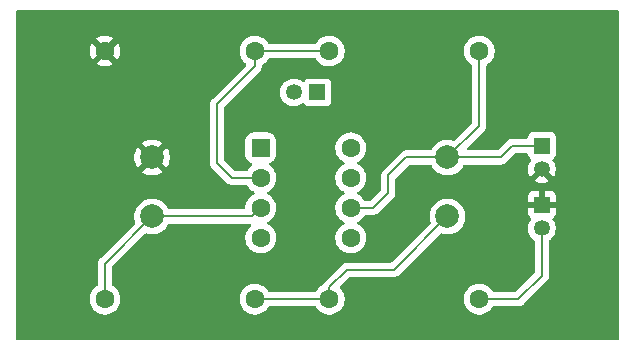
<source format=gbr>
G04 #@! TF.GenerationSoftware,KiCad,Pcbnew,9.0.4*
G04 #@! TF.CreationDate,2025-10-11T18:25:29-04:00*
G04 #@! TF.ProjectId,test1,74657374-312e-46b6-9963-61645f706362,rev?*
G04 #@! TF.SameCoordinates,Original*
G04 #@! TF.FileFunction,Copper,L1,Top*
G04 #@! TF.FilePolarity,Positive*
%FSLAX46Y46*%
G04 Gerber Fmt 4.6, Leading zero omitted, Abs format (unit mm)*
G04 Created by KiCad (PCBNEW 9.0.4) date 2025-10-11 18:25:29*
%MOMM*%
%LPD*%
G01*
G04 APERTURE LIST*
G04 Aperture macros list*
%AMRoundRect*
0 Rectangle with rounded corners*
0 $1 Rounding radius*
0 $2 $3 $4 $5 $6 $7 $8 $9 X,Y pos of 4 corners*
0 Add a 4 corners polygon primitive as box body*
4,1,4,$2,$3,$4,$5,$6,$7,$8,$9,$2,$3,0*
0 Add four circle primitives for the rounded corners*
1,1,$1+$1,$2,$3*
1,1,$1+$1,$4,$5*
1,1,$1+$1,$6,$7*
1,1,$1+$1,$8,$9*
0 Add four rect primitives between the rounded corners*
20,1,$1+$1,$2,$3,$4,$5,0*
20,1,$1+$1,$4,$5,$6,$7,0*
20,1,$1+$1,$6,$7,$8,$9,0*
20,1,$1+$1,$8,$9,$2,$3,0*%
G04 Aperture macros list end*
G04 #@! TA.AperFunction,ComponentPad*
%ADD10C,2.600000*%
G04 #@! TD*
G04 #@! TA.AperFunction,ConnectorPad*
%ADD11C,3.800000*%
G04 #@! TD*
G04 #@! TA.AperFunction,ComponentPad*
%ADD12R,1.350000X1.350000*%
G04 #@! TD*
G04 #@! TA.AperFunction,ComponentPad*
%ADD13C,1.350000*%
G04 #@! TD*
G04 #@! TA.AperFunction,ComponentPad*
%ADD14C,1.600000*%
G04 #@! TD*
G04 #@! TA.AperFunction,ComponentPad*
%ADD15C,2.000000*%
G04 #@! TD*
G04 #@! TA.AperFunction,ComponentPad*
%ADD16RoundRect,0.250000X-0.550000X-0.550000X0.550000X-0.550000X0.550000X0.550000X-0.550000X0.550000X0*%
G04 #@! TD*
G04 #@! TA.AperFunction,Conductor*
%ADD17C,0.200000*%
G04 #@! TD*
G04 APERTURE END LIST*
D10*
X128500000Y-89000000D03*
D11*
X128500000Y-89000000D03*
D12*
X170500000Y-103000000D03*
D13*
X170500000Y-105000000D03*
D12*
X170500000Y-98000000D03*
D13*
X170500000Y-100000000D03*
D12*
X151500000Y-93500000D03*
D13*
X149500000Y-93500000D03*
D14*
X165200000Y-90000000D03*
X152500000Y-90000000D03*
D10*
X174500000Y-89000000D03*
D11*
X174500000Y-89000000D03*
D15*
X162500000Y-104000000D03*
X162500000Y-99000000D03*
D16*
X146695000Y-98190000D03*
D14*
X146695000Y-100730000D03*
X146695000Y-103270000D03*
X146695000Y-105810000D03*
X154315000Y-105810000D03*
X154315000Y-103270000D03*
X154315000Y-100730000D03*
X154315000Y-98190000D03*
D15*
X137500000Y-104000000D03*
X137500000Y-99000000D03*
D14*
X152500000Y-111000000D03*
X165200000Y-111000000D03*
X146200000Y-90000000D03*
X133500000Y-90000000D03*
D10*
X174500000Y-112000000D03*
D11*
X174500000Y-112000000D03*
D10*
X128500000Y-112000000D03*
D11*
X128500000Y-112000000D03*
D14*
X133500000Y-111000000D03*
X146200000Y-111000000D03*
D17*
X154000000Y-108500000D02*
X152500000Y-110000000D01*
X162500000Y-104000000D02*
X158000000Y-108500000D01*
X146200000Y-111000000D02*
X152500000Y-111000000D01*
X152500000Y-110000000D02*
X152500000Y-111000000D01*
X158000000Y-108500000D02*
X154000000Y-108500000D01*
X165200000Y-96300000D02*
X162500000Y-99000000D01*
X159000000Y-99000000D02*
X162500000Y-99000000D01*
X168000000Y-98000000D02*
X170500000Y-98000000D01*
X167000000Y-99000000D02*
X168000000Y-98000000D01*
X165200000Y-90000000D02*
X165200000Y-96300000D01*
X162500000Y-99000000D02*
X167000000Y-99000000D01*
X157500000Y-100500000D02*
X159000000Y-99000000D01*
X154315000Y-103270000D02*
X156230000Y-103270000D01*
X156230000Y-103270000D02*
X157500000Y-102000000D01*
X157500000Y-102000000D02*
X157500000Y-100500000D01*
X170500000Y-109000000D02*
X168500000Y-111000000D01*
X170500000Y-105000000D02*
X170500000Y-109000000D01*
X168500000Y-111000000D02*
X165200000Y-111000000D01*
X133500000Y-111000000D02*
X133500000Y-108000000D01*
X145965000Y-104000000D02*
X146695000Y-103270000D01*
X137500000Y-104000000D02*
X145965000Y-104000000D01*
X133500000Y-108000000D02*
X137500000Y-104000000D01*
X144230000Y-100730000D02*
X143000000Y-99500000D01*
X146200000Y-90000000D02*
X152500000Y-90000000D01*
X143000000Y-99500000D02*
X143000000Y-94500000D01*
X146200000Y-91300000D02*
X146200000Y-90000000D01*
X143000000Y-94500000D02*
X146200000Y-91300000D01*
X146695000Y-100730000D02*
X144230000Y-100730000D01*
G04 #@! TA.AperFunction,Conductor*
G36*
X176942539Y-86520185D02*
G01*
X176988294Y-86572989D01*
X176999500Y-86624500D01*
X176999500Y-114375500D01*
X176979815Y-114442539D01*
X176927011Y-114488294D01*
X176875500Y-114499500D01*
X126124500Y-114499500D01*
X126057461Y-114479815D01*
X126011706Y-114427011D01*
X126000500Y-114375500D01*
X126000500Y-110897648D01*
X132199500Y-110897648D01*
X132199500Y-111102351D01*
X132231522Y-111304534D01*
X132294781Y-111499223D01*
X132387715Y-111681613D01*
X132508028Y-111847213D01*
X132652786Y-111991971D01*
X132807749Y-112104556D01*
X132818390Y-112112287D01*
X132934607Y-112171503D01*
X133000776Y-112205218D01*
X133000778Y-112205218D01*
X133000781Y-112205220D01*
X133105137Y-112239127D01*
X133195465Y-112268477D01*
X133296557Y-112284488D01*
X133397648Y-112300500D01*
X133397649Y-112300500D01*
X133602351Y-112300500D01*
X133602352Y-112300500D01*
X133804534Y-112268477D01*
X133999219Y-112205220D01*
X134181610Y-112112287D01*
X134274590Y-112044732D01*
X134347213Y-111991971D01*
X134347215Y-111991968D01*
X134347219Y-111991966D01*
X134491966Y-111847219D01*
X134491968Y-111847215D01*
X134491971Y-111847213D01*
X134544732Y-111774590D01*
X134612287Y-111681610D01*
X134705220Y-111499219D01*
X134768477Y-111304534D01*
X134800500Y-111102352D01*
X134800500Y-110897648D01*
X144899500Y-110897648D01*
X144899500Y-111102351D01*
X144931522Y-111304534D01*
X144994781Y-111499223D01*
X145087715Y-111681613D01*
X145208028Y-111847213D01*
X145352786Y-111991971D01*
X145507749Y-112104556D01*
X145518390Y-112112287D01*
X145634607Y-112171503D01*
X145700776Y-112205218D01*
X145700778Y-112205218D01*
X145700781Y-112205220D01*
X145805137Y-112239127D01*
X145895465Y-112268477D01*
X145996557Y-112284488D01*
X146097648Y-112300500D01*
X146097649Y-112300500D01*
X146302351Y-112300500D01*
X146302352Y-112300500D01*
X146504534Y-112268477D01*
X146699219Y-112205220D01*
X146881610Y-112112287D01*
X146974590Y-112044732D01*
X147047213Y-111991971D01*
X147047215Y-111991968D01*
X147047219Y-111991966D01*
X147191966Y-111847219D01*
X147191968Y-111847215D01*
X147191971Y-111847213D01*
X147312284Y-111681614D01*
X147312285Y-111681613D01*
X147312287Y-111681610D01*
X147319117Y-111668204D01*
X147367091Y-111617409D01*
X147429602Y-111600500D01*
X151270398Y-111600500D01*
X151337437Y-111620185D01*
X151380883Y-111668205D01*
X151387715Y-111681614D01*
X151508028Y-111847213D01*
X151652786Y-111991971D01*
X151807749Y-112104556D01*
X151818390Y-112112287D01*
X151934607Y-112171503D01*
X152000776Y-112205218D01*
X152000778Y-112205218D01*
X152000781Y-112205220D01*
X152105137Y-112239127D01*
X152195465Y-112268477D01*
X152296557Y-112284488D01*
X152397648Y-112300500D01*
X152397649Y-112300500D01*
X152602351Y-112300500D01*
X152602352Y-112300500D01*
X152804534Y-112268477D01*
X152999219Y-112205220D01*
X153181610Y-112112287D01*
X153274590Y-112044732D01*
X153347213Y-111991971D01*
X153347215Y-111991968D01*
X153347219Y-111991966D01*
X153491966Y-111847219D01*
X153491968Y-111847215D01*
X153491971Y-111847213D01*
X153544732Y-111774590D01*
X153612287Y-111681610D01*
X153705220Y-111499219D01*
X153768477Y-111304534D01*
X153800500Y-111102352D01*
X153800500Y-110897648D01*
X163899500Y-110897648D01*
X163899500Y-111102351D01*
X163931522Y-111304534D01*
X163994781Y-111499223D01*
X164087715Y-111681613D01*
X164208028Y-111847213D01*
X164352786Y-111991971D01*
X164507749Y-112104556D01*
X164518390Y-112112287D01*
X164634607Y-112171503D01*
X164700776Y-112205218D01*
X164700778Y-112205218D01*
X164700781Y-112205220D01*
X164805137Y-112239127D01*
X164895465Y-112268477D01*
X164996557Y-112284488D01*
X165097648Y-112300500D01*
X165097649Y-112300500D01*
X165302351Y-112300500D01*
X165302352Y-112300500D01*
X165504534Y-112268477D01*
X165699219Y-112205220D01*
X165881610Y-112112287D01*
X165974590Y-112044732D01*
X166047213Y-111991971D01*
X166047215Y-111991968D01*
X166047219Y-111991966D01*
X166191966Y-111847219D01*
X166191968Y-111847215D01*
X166191971Y-111847213D01*
X166312284Y-111681614D01*
X166312285Y-111681613D01*
X166312287Y-111681610D01*
X166319117Y-111668204D01*
X166367091Y-111617409D01*
X166429602Y-111600500D01*
X168413331Y-111600500D01*
X168413347Y-111600501D01*
X168420943Y-111600501D01*
X168579054Y-111600501D01*
X168579057Y-111600501D01*
X168731785Y-111559577D01*
X168781904Y-111530639D01*
X168868716Y-111480520D01*
X168980520Y-111368716D01*
X168980520Y-111368714D01*
X168990728Y-111358507D01*
X168990730Y-111358504D01*
X170868713Y-109480521D01*
X170868716Y-109480520D01*
X170980520Y-109368716D01*
X171030639Y-109281904D01*
X171059577Y-109231785D01*
X171100500Y-109079057D01*
X171100500Y-108920943D01*
X171100500Y-106079889D01*
X171120185Y-106012850D01*
X171151612Y-105979573D01*
X171265787Y-105896621D01*
X171396621Y-105765787D01*
X171505378Y-105616096D01*
X171589379Y-105451235D01*
X171646555Y-105275264D01*
X171675500Y-105092514D01*
X171675500Y-104907486D01*
X171646555Y-104724736D01*
X171589379Y-104548765D01*
X171589379Y-104548764D01*
X171505377Y-104383903D01*
X171481739Y-104351368D01*
X171421159Y-104267987D01*
X171397680Y-104202183D01*
X171413505Y-104134129D01*
X171447167Y-104095836D01*
X171532190Y-104032186D01*
X171618350Y-103917093D01*
X171618354Y-103917086D01*
X171668596Y-103782379D01*
X171668598Y-103782372D01*
X171674999Y-103722844D01*
X171675000Y-103722827D01*
X171675000Y-103250000D01*
X170815686Y-103250000D01*
X170820080Y-103245606D01*
X170872741Y-103154394D01*
X170900000Y-103052661D01*
X170900000Y-102947339D01*
X170872741Y-102845606D01*
X170820080Y-102754394D01*
X170815686Y-102750000D01*
X171675000Y-102750000D01*
X171675000Y-102277172D01*
X171674999Y-102277155D01*
X171668598Y-102217627D01*
X171668596Y-102217620D01*
X171618354Y-102082913D01*
X171618350Y-102082906D01*
X171532190Y-101967812D01*
X171532187Y-101967809D01*
X171417093Y-101881649D01*
X171417086Y-101881645D01*
X171282379Y-101831403D01*
X171282372Y-101831401D01*
X171222844Y-101825000D01*
X170750000Y-101825000D01*
X170750000Y-102684314D01*
X170745606Y-102679920D01*
X170654394Y-102627259D01*
X170552661Y-102600000D01*
X170447339Y-102600000D01*
X170345606Y-102627259D01*
X170254394Y-102679920D01*
X170250000Y-102684314D01*
X170250000Y-101825000D01*
X169777155Y-101825000D01*
X169717627Y-101831401D01*
X169717620Y-101831403D01*
X169582913Y-101881645D01*
X169582906Y-101881649D01*
X169467812Y-101967809D01*
X169467809Y-101967812D01*
X169381649Y-102082906D01*
X169381645Y-102082913D01*
X169331403Y-102217620D01*
X169331401Y-102217627D01*
X169325000Y-102277155D01*
X169325000Y-102750000D01*
X170184314Y-102750000D01*
X170179920Y-102754394D01*
X170127259Y-102845606D01*
X170100000Y-102947339D01*
X170100000Y-103052661D01*
X170127259Y-103154394D01*
X170179920Y-103245606D01*
X170184314Y-103250000D01*
X169325000Y-103250000D01*
X169325000Y-103722844D01*
X169331401Y-103782372D01*
X169331403Y-103782379D01*
X169381645Y-103917086D01*
X169381649Y-103917093D01*
X169467809Y-104032186D01*
X169552832Y-104095835D01*
X169594703Y-104151769D01*
X169599687Y-104221461D01*
X169578839Y-104267987D01*
X169494624Y-104383900D01*
X169410620Y-104548764D01*
X169410619Y-104548767D01*
X169353445Y-104724734D01*
X169324500Y-104907486D01*
X169324500Y-105092513D01*
X169353445Y-105275265D01*
X169410619Y-105451232D01*
X169410620Y-105451235D01*
X169494622Y-105616096D01*
X169603379Y-105765787D01*
X169734213Y-105896621D01*
X169848386Y-105979573D01*
X169891051Y-106034900D01*
X169899500Y-106079889D01*
X169899500Y-108699903D01*
X169879815Y-108766942D01*
X169863181Y-108787584D01*
X168287584Y-110363181D01*
X168226261Y-110396666D01*
X168199903Y-110399500D01*
X166429602Y-110399500D01*
X166362563Y-110379815D01*
X166319117Y-110331795D01*
X166312284Y-110318385D01*
X166191971Y-110152786D01*
X166047213Y-110008028D01*
X165881613Y-109887715D01*
X165881612Y-109887714D01*
X165881610Y-109887713D01*
X165819876Y-109856258D01*
X165699223Y-109794781D01*
X165504534Y-109731522D01*
X165329995Y-109703878D01*
X165302352Y-109699500D01*
X165097648Y-109699500D01*
X165073329Y-109703351D01*
X164895465Y-109731522D01*
X164700776Y-109794781D01*
X164518386Y-109887715D01*
X164352786Y-110008028D01*
X164208028Y-110152786D01*
X164087715Y-110318386D01*
X163994781Y-110500776D01*
X163931522Y-110695465D01*
X163899500Y-110897648D01*
X153800500Y-110897648D01*
X153768477Y-110695466D01*
X153705220Y-110500781D01*
X153705218Y-110500778D01*
X153705218Y-110500776D01*
X153671503Y-110434607D01*
X153612287Y-110318390D01*
X153604556Y-110307749D01*
X153491971Y-110152786D01*
X153431890Y-110092705D01*
X153398405Y-110031382D01*
X153403389Y-109961690D01*
X153431888Y-109917346D01*
X154212416Y-109136819D01*
X154273739Y-109103334D01*
X154300097Y-109100500D01*
X157913331Y-109100500D01*
X157913347Y-109100501D01*
X157920943Y-109100501D01*
X158079054Y-109100501D01*
X158079057Y-109100501D01*
X158231785Y-109059577D01*
X158281904Y-109030639D01*
X158368716Y-108980520D01*
X158480520Y-108868716D01*
X158480520Y-108868714D01*
X158490728Y-108858507D01*
X158490730Y-108858504D01*
X161896437Y-105452796D01*
X161957758Y-105419313D01*
X162022433Y-105422547D01*
X162148632Y-105463553D01*
X162236110Y-105477408D01*
X162381903Y-105500500D01*
X162381908Y-105500500D01*
X162618097Y-105500500D01*
X162851368Y-105463553D01*
X162884468Y-105452798D01*
X163075992Y-105390568D01*
X163286433Y-105283343D01*
X163477510Y-105144517D01*
X163644517Y-104977510D01*
X163783343Y-104786433D01*
X163890568Y-104575992D01*
X163963553Y-104351368D01*
X163977713Y-104261966D01*
X164000500Y-104118097D01*
X164000500Y-103881902D01*
X163963553Y-103648631D01*
X163890566Y-103424003D01*
X163814899Y-103275500D01*
X163783343Y-103213567D01*
X163644517Y-103022490D01*
X163477510Y-102855483D01*
X163286433Y-102716657D01*
X163214333Y-102679920D01*
X163075996Y-102609433D01*
X162851368Y-102536446D01*
X162618097Y-102499500D01*
X162618092Y-102499500D01*
X162381908Y-102499500D01*
X162381903Y-102499500D01*
X162148631Y-102536446D01*
X161924003Y-102609433D01*
X161713566Y-102716657D01*
X161639079Y-102770776D01*
X161522490Y-102855483D01*
X161522488Y-102855485D01*
X161522487Y-102855485D01*
X161355485Y-103022487D01*
X161355485Y-103022488D01*
X161355483Y-103022490D01*
X161295862Y-103104550D01*
X161216657Y-103213566D01*
X161109433Y-103424003D01*
X161036446Y-103648631D01*
X160999500Y-103881902D01*
X160999500Y-104118097D01*
X161036447Y-104351369D01*
X161036447Y-104351372D01*
X161077450Y-104477564D01*
X161079445Y-104547405D01*
X161047200Y-104603563D01*
X157787584Y-107863181D01*
X157726261Y-107896666D01*
X157699903Y-107899500D01*
X153920940Y-107899500D01*
X153880019Y-107910464D01*
X153880019Y-107910465D01*
X153842751Y-107920451D01*
X153768214Y-107940423D01*
X153768209Y-107940426D01*
X153631290Y-108019475D01*
X153631282Y-108019481D01*
X152019479Y-109631284D01*
X151982012Y-109696181D01*
X151980096Y-109699500D01*
X151940423Y-109768215D01*
X151933707Y-109793274D01*
X151928169Y-109804408D01*
X151912533Y-109821284D01*
X151900558Y-109840931D01*
X151883263Y-109852878D01*
X151880684Y-109855662D01*
X151878369Y-109856258D01*
X151873447Y-109859659D01*
X151818386Y-109887714D01*
X151652786Y-110008028D01*
X151508028Y-110152786D01*
X151387715Y-110318385D01*
X151380883Y-110331795D01*
X151332909Y-110382591D01*
X151270398Y-110399500D01*
X147429602Y-110399500D01*
X147362563Y-110379815D01*
X147319117Y-110331795D01*
X147312284Y-110318385D01*
X147191971Y-110152786D01*
X147047213Y-110008028D01*
X146881613Y-109887715D01*
X146881612Y-109887714D01*
X146881610Y-109887713D01*
X146819876Y-109856258D01*
X146699223Y-109794781D01*
X146504534Y-109731522D01*
X146329995Y-109703878D01*
X146302352Y-109699500D01*
X146097648Y-109699500D01*
X146073329Y-109703351D01*
X145895465Y-109731522D01*
X145700776Y-109794781D01*
X145518386Y-109887715D01*
X145352786Y-110008028D01*
X145208028Y-110152786D01*
X145087715Y-110318386D01*
X144994781Y-110500776D01*
X144931522Y-110695465D01*
X144899500Y-110897648D01*
X134800500Y-110897648D01*
X134768477Y-110695466D01*
X134705220Y-110500781D01*
X134705218Y-110500778D01*
X134705218Y-110500776D01*
X134671503Y-110434607D01*
X134612287Y-110318390D01*
X134604556Y-110307749D01*
X134491971Y-110152786D01*
X134347213Y-110008028D01*
X134181610Y-109887712D01*
X134168200Y-109880879D01*
X134117406Y-109832903D01*
X134100500Y-109770397D01*
X134100500Y-108300096D01*
X134120185Y-108233057D01*
X134136814Y-108212420D01*
X136896437Y-105452796D01*
X136957758Y-105419313D01*
X137022433Y-105422547D01*
X137148632Y-105463553D01*
X137236110Y-105477408D01*
X137381903Y-105500500D01*
X137381908Y-105500500D01*
X137618097Y-105500500D01*
X137851368Y-105463553D01*
X137884468Y-105452798D01*
X138075992Y-105390568D01*
X138286433Y-105283343D01*
X138477510Y-105144517D01*
X138644517Y-104977510D01*
X138783343Y-104786433D01*
X138843583Y-104668204D01*
X138891558Y-104617409D01*
X138954068Y-104600500D01*
X145766364Y-104600500D01*
X145833403Y-104620185D01*
X145879158Y-104672989D01*
X145889102Y-104742147D01*
X145860077Y-104805703D01*
X145851177Y-104814540D01*
X145851226Y-104814589D01*
X145703032Y-104962782D01*
X145703028Y-104962786D01*
X145582715Y-105128386D01*
X145489781Y-105310776D01*
X145426522Y-105505465D01*
X145394500Y-105707648D01*
X145394500Y-105912351D01*
X145426522Y-106114534D01*
X145489781Y-106309223D01*
X145582715Y-106491613D01*
X145703028Y-106657213D01*
X145847786Y-106801971D01*
X146002749Y-106914556D01*
X146013390Y-106922287D01*
X146129607Y-106981503D01*
X146195776Y-107015218D01*
X146195778Y-107015218D01*
X146195781Y-107015220D01*
X146300137Y-107049127D01*
X146390465Y-107078477D01*
X146491557Y-107094488D01*
X146592648Y-107110500D01*
X146592649Y-107110500D01*
X146797351Y-107110500D01*
X146797352Y-107110500D01*
X146999534Y-107078477D01*
X147194219Y-107015220D01*
X147376610Y-106922287D01*
X147469590Y-106854732D01*
X147542213Y-106801971D01*
X147542215Y-106801968D01*
X147542219Y-106801966D01*
X147686966Y-106657219D01*
X147686968Y-106657215D01*
X147686971Y-106657213D01*
X147739732Y-106584590D01*
X147807287Y-106491610D01*
X147900220Y-106309219D01*
X147963477Y-106114534D01*
X147995500Y-105912352D01*
X147995500Y-105707648D01*
X147963477Y-105505466D01*
X147961863Y-105500500D01*
X147900218Y-105310776D01*
X147866503Y-105244607D01*
X147807287Y-105128390D01*
X147781221Y-105092513D01*
X147686971Y-104962786D01*
X147542213Y-104818028D01*
X147376614Y-104697715D01*
X147318697Y-104668205D01*
X147283917Y-104650483D01*
X147233123Y-104602511D01*
X147216328Y-104534690D01*
X147238865Y-104468555D01*
X147283917Y-104429516D01*
X147376610Y-104382287D01*
X147419167Y-104351368D01*
X147542213Y-104261971D01*
X147542215Y-104261968D01*
X147542219Y-104261966D01*
X147686966Y-104117219D01*
X147686968Y-104117215D01*
X147686971Y-104117213D01*
X147739732Y-104044590D01*
X147807287Y-103951610D01*
X147900220Y-103769219D01*
X147963477Y-103574534D01*
X147995500Y-103372352D01*
X147995500Y-103167648D01*
X147963477Y-102965466D01*
X147900220Y-102770781D01*
X147900218Y-102770778D01*
X147900218Y-102770776D01*
X147853924Y-102679920D01*
X147807287Y-102588390D01*
X147769548Y-102536446D01*
X147686971Y-102422786D01*
X147542213Y-102278028D01*
X147376614Y-102157715D01*
X147370006Y-102154348D01*
X147283917Y-102110483D01*
X147233123Y-102062511D01*
X147216328Y-101994690D01*
X147238865Y-101928555D01*
X147283917Y-101889516D01*
X147376610Y-101842287D01*
X147451903Y-101787584D01*
X147542213Y-101721971D01*
X147542215Y-101721968D01*
X147542219Y-101721966D01*
X147686966Y-101577219D01*
X147686968Y-101577215D01*
X147686971Y-101577213D01*
X147739732Y-101504590D01*
X147807287Y-101411610D01*
X147900220Y-101229219D01*
X147963477Y-101034534D01*
X147995500Y-100832352D01*
X147995500Y-100627648D01*
X147987804Y-100579057D01*
X147963477Y-100425465D01*
X147900218Y-100230776D01*
X147849524Y-100131285D01*
X147807287Y-100048390D01*
X147786283Y-100019480D01*
X147686971Y-99882786D01*
X147542219Y-99738034D01*
X147533618Y-99731785D01*
X147448547Y-99669978D01*
X147405882Y-99614649D01*
X147399903Y-99545036D01*
X147432508Y-99483240D01*
X147482426Y-99451955D01*
X147564334Y-99424814D01*
X147713656Y-99332712D01*
X147837712Y-99208656D01*
X147929814Y-99059334D01*
X147984999Y-98892797D01*
X147995500Y-98790009D01*
X147995499Y-98087648D01*
X153014500Y-98087648D01*
X153014500Y-98292351D01*
X153046522Y-98494534D01*
X153109781Y-98689223D01*
X153202715Y-98871613D01*
X153323028Y-99037213D01*
X153467786Y-99181971D01*
X153622749Y-99294556D01*
X153633390Y-99302287D01*
X153724840Y-99348883D01*
X153726080Y-99349515D01*
X153776876Y-99397490D01*
X153793671Y-99465311D01*
X153771134Y-99531446D01*
X153726080Y-99570485D01*
X153633386Y-99617715D01*
X153467786Y-99738028D01*
X153323028Y-99882786D01*
X153202715Y-100048386D01*
X153109781Y-100230776D01*
X153046522Y-100425465D01*
X153014500Y-100627648D01*
X153014500Y-100832351D01*
X153046522Y-101034534D01*
X153109781Y-101229223D01*
X153202715Y-101411613D01*
X153323028Y-101577213D01*
X153467786Y-101721971D01*
X153609596Y-101825000D01*
X153633390Y-101842287D01*
X153710642Y-101881649D01*
X153726080Y-101889515D01*
X153776876Y-101937490D01*
X153793671Y-102005311D01*
X153771134Y-102071446D01*
X153726080Y-102110485D01*
X153633386Y-102157715D01*
X153467786Y-102278028D01*
X153323028Y-102422786D01*
X153202715Y-102588386D01*
X153109781Y-102770776D01*
X153046522Y-102965465D01*
X153014500Y-103167648D01*
X153014500Y-103372351D01*
X153046522Y-103574534D01*
X153109781Y-103769223D01*
X153202715Y-103951613D01*
X153323028Y-104117213D01*
X153467786Y-104261971D01*
X153622749Y-104374556D01*
X153633390Y-104382287D01*
X153724840Y-104428883D01*
X153726080Y-104429515D01*
X153776876Y-104477490D01*
X153793671Y-104545311D01*
X153771134Y-104611446D01*
X153726080Y-104650485D01*
X153633386Y-104697715D01*
X153467786Y-104818028D01*
X153323028Y-104962786D01*
X153202715Y-105128386D01*
X153109781Y-105310776D01*
X153046522Y-105505465D01*
X153014500Y-105707648D01*
X153014500Y-105912351D01*
X153046522Y-106114534D01*
X153109781Y-106309223D01*
X153202715Y-106491613D01*
X153323028Y-106657213D01*
X153467786Y-106801971D01*
X153622749Y-106914556D01*
X153633390Y-106922287D01*
X153749607Y-106981503D01*
X153815776Y-107015218D01*
X153815778Y-107015218D01*
X153815781Y-107015220D01*
X153920137Y-107049127D01*
X154010465Y-107078477D01*
X154111557Y-107094488D01*
X154212648Y-107110500D01*
X154212649Y-107110500D01*
X154417351Y-107110500D01*
X154417352Y-107110500D01*
X154619534Y-107078477D01*
X154814219Y-107015220D01*
X154996610Y-106922287D01*
X155089590Y-106854732D01*
X155162213Y-106801971D01*
X155162215Y-106801968D01*
X155162219Y-106801966D01*
X155306966Y-106657219D01*
X155306968Y-106657215D01*
X155306971Y-106657213D01*
X155359732Y-106584590D01*
X155427287Y-106491610D01*
X155520220Y-106309219D01*
X155583477Y-106114534D01*
X155615500Y-105912352D01*
X155615500Y-105707648D01*
X155583477Y-105505466D01*
X155581863Y-105500500D01*
X155520218Y-105310776D01*
X155486503Y-105244607D01*
X155427287Y-105128390D01*
X155401221Y-105092513D01*
X155306971Y-104962786D01*
X155162213Y-104818028D01*
X154996614Y-104697715D01*
X154938697Y-104668205D01*
X154903917Y-104650483D01*
X154853123Y-104602511D01*
X154836328Y-104534690D01*
X154858865Y-104468555D01*
X154903917Y-104429516D01*
X154996610Y-104382287D01*
X155039167Y-104351368D01*
X155162213Y-104261971D01*
X155162215Y-104261968D01*
X155162219Y-104261966D01*
X155306966Y-104117219D01*
X155306968Y-104117215D01*
X155306971Y-104117213D01*
X155427284Y-103951614D01*
X155427285Y-103951613D01*
X155427287Y-103951610D01*
X155434117Y-103938204D01*
X155482091Y-103887409D01*
X155544602Y-103870500D01*
X156143331Y-103870500D01*
X156143347Y-103870501D01*
X156150943Y-103870501D01*
X156309054Y-103870501D01*
X156309057Y-103870501D01*
X156461785Y-103829577D01*
X156511904Y-103800639D01*
X156598716Y-103750520D01*
X156710520Y-103638716D01*
X156710520Y-103638714D01*
X156720728Y-103628507D01*
X156720730Y-103628504D01*
X157858506Y-102490728D01*
X157858511Y-102490724D01*
X157868714Y-102480520D01*
X157868716Y-102480520D01*
X157980520Y-102368716D01*
X158032875Y-102278034D01*
X158059577Y-102231785D01*
X158100500Y-102079058D01*
X158100500Y-101920943D01*
X158100500Y-100800097D01*
X158120185Y-100733058D01*
X158136819Y-100712416D01*
X159212416Y-99636819D01*
X159273739Y-99603334D01*
X159300097Y-99600500D01*
X161045932Y-99600500D01*
X161112971Y-99620185D01*
X161156416Y-99668203D01*
X161216657Y-99786433D01*
X161355483Y-99977510D01*
X161522490Y-100144517D01*
X161713567Y-100283343D01*
X161812991Y-100334002D01*
X161924003Y-100390566D01*
X161924005Y-100390566D01*
X161924008Y-100390568D01*
X162031410Y-100425465D01*
X162148631Y-100463553D01*
X162381903Y-100500500D01*
X162381908Y-100500500D01*
X162618097Y-100500500D01*
X162851368Y-100463553D01*
X162852870Y-100463065D01*
X163075992Y-100390568D01*
X163286433Y-100283343D01*
X163477510Y-100144517D01*
X163644517Y-99977510D01*
X163783343Y-99786433D01*
X163843583Y-99668204D01*
X163891558Y-99617409D01*
X163954068Y-99600500D01*
X166913331Y-99600500D01*
X166913347Y-99600501D01*
X166920943Y-99600501D01*
X167079054Y-99600501D01*
X167079057Y-99600501D01*
X167231785Y-99559577D01*
X167292055Y-99524780D01*
X167368716Y-99480520D01*
X167480520Y-99368716D01*
X167480520Y-99368714D01*
X167490724Y-99358511D01*
X167490727Y-99358506D01*
X168212417Y-98636819D01*
X168273740Y-98603334D01*
X168300098Y-98600500D01*
X169200501Y-98600500D01*
X169267540Y-98620185D01*
X169313295Y-98672989D01*
X169323437Y-98719611D01*
X169324099Y-98719576D01*
X169324146Y-98719571D01*
X169324146Y-98719573D01*
X169324324Y-98719564D01*
X169324501Y-98722876D01*
X169330908Y-98782483D01*
X169381202Y-98917328D01*
X169381206Y-98917335D01*
X169467452Y-99032544D01*
X169467455Y-99032547D01*
X169552938Y-99096540D01*
X169594809Y-99152473D01*
X169599793Y-99222165D01*
X169578946Y-99268690D01*
X169495051Y-99384163D01*
X169411084Y-99548956D01*
X169411083Y-99548959D01*
X169353933Y-99724852D01*
X169325000Y-99907526D01*
X169325000Y-100092473D01*
X169353933Y-100275147D01*
X169411083Y-100451040D01*
X169411084Y-100451043D01*
X169495050Y-100615834D01*
X169510015Y-100636430D01*
X170100000Y-100046445D01*
X170100000Y-100052661D01*
X170127259Y-100154394D01*
X170179920Y-100245606D01*
X170254394Y-100320080D01*
X170345606Y-100372741D01*
X170447339Y-100400000D01*
X170453553Y-100400000D01*
X169863568Y-100989983D01*
X169863568Y-100989984D01*
X169884165Y-101004949D01*
X170048956Y-101088915D01*
X170048959Y-101088916D01*
X170224852Y-101146066D01*
X170407527Y-101175000D01*
X170592473Y-101175000D01*
X170775147Y-101146066D01*
X170951040Y-101088916D01*
X170951043Y-101088915D01*
X171115836Y-101004947D01*
X171115845Y-101004942D01*
X171136430Y-100989984D01*
X171136431Y-100989983D01*
X170546448Y-100400000D01*
X170552661Y-100400000D01*
X170654394Y-100372741D01*
X170745606Y-100320080D01*
X170820080Y-100245606D01*
X170872741Y-100154394D01*
X170900000Y-100052661D01*
X170900000Y-100046447D01*
X171489983Y-100636430D01*
X171489984Y-100636430D01*
X171504942Y-100615845D01*
X171504947Y-100615836D01*
X171588915Y-100451043D01*
X171588916Y-100451040D01*
X171646066Y-100275147D01*
X171675000Y-100092473D01*
X171675000Y-99907526D01*
X171646066Y-99724852D01*
X171588916Y-99548959D01*
X171588915Y-99548956D01*
X171504947Y-99384161D01*
X171421054Y-99268691D01*
X171397574Y-99202884D01*
X171413400Y-99134831D01*
X171447058Y-99096542D01*
X171532546Y-99032546D01*
X171618796Y-98917331D01*
X171669091Y-98782483D01*
X171675500Y-98722873D01*
X171675499Y-97277128D01*
X171669091Y-97217517D01*
X171661824Y-97198034D01*
X171618797Y-97082671D01*
X171618793Y-97082664D01*
X171532547Y-96967455D01*
X171532544Y-96967452D01*
X171417335Y-96881206D01*
X171417328Y-96881202D01*
X171282482Y-96830908D01*
X171282483Y-96830908D01*
X171222883Y-96824501D01*
X171222881Y-96824500D01*
X171222873Y-96824500D01*
X171222864Y-96824500D01*
X169777129Y-96824500D01*
X169777123Y-96824501D01*
X169717516Y-96830908D01*
X169582671Y-96881202D01*
X169582664Y-96881206D01*
X169467455Y-96967452D01*
X169467452Y-96967455D01*
X169381206Y-97082664D01*
X169381202Y-97082671D01*
X169330908Y-97217517D01*
X169324501Y-97277116D01*
X169324501Y-97277123D01*
X169324322Y-97280452D01*
X169323065Y-97280384D01*
X169304815Y-97342539D01*
X169252011Y-97388294D01*
X169200500Y-97399500D01*
X168086670Y-97399500D01*
X168086654Y-97399499D01*
X168079058Y-97399499D01*
X167920943Y-97399499D01*
X167844579Y-97419961D01*
X167768214Y-97440423D01*
X167768209Y-97440426D01*
X167631290Y-97519475D01*
X167631282Y-97519481D01*
X166787584Y-98363181D01*
X166726261Y-98396666D01*
X166699903Y-98399500D01*
X164249097Y-98399500D01*
X164182058Y-98379815D01*
X164136303Y-98327011D01*
X164126359Y-98257853D01*
X164155384Y-98194297D01*
X164161416Y-98187819D01*
X164812789Y-97536446D01*
X165680520Y-96668716D01*
X165759577Y-96531784D01*
X165800501Y-96379057D01*
X165800501Y-96220942D01*
X165800501Y-96213347D01*
X165800500Y-96213329D01*
X165800500Y-91229601D01*
X165820185Y-91162562D01*
X165868206Y-91119116D01*
X165881610Y-91112287D01*
X166047219Y-90991966D01*
X166191966Y-90847219D01*
X166191968Y-90847215D01*
X166191971Y-90847213D01*
X166244732Y-90774590D01*
X166312287Y-90681610D01*
X166405220Y-90499219D01*
X166468477Y-90304534D01*
X166500500Y-90102352D01*
X166500500Y-89897648D01*
X166492257Y-89845606D01*
X166468477Y-89695465D01*
X166437458Y-89600000D01*
X166405220Y-89500781D01*
X166405218Y-89500778D01*
X166405218Y-89500776D01*
X166371503Y-89434607D01*
X166312287Y-89318390D01*
X166280092Y-89274077D01*
X166191971Y-89152786D01*
X166047213Y-89008028D01*
X165881613Y-88887715D01*
X165881612Y-88887714D01*
X165881610Y-88887713D01*
X165824653Y-88858691D01*
X165699223Y-88794781D01*
X165504534Y-88731522D01*
X165329995Y-88703878D01*
X165302352Y-88699500D01*
X165097648Y-88699500D01*
X165073329Y-88703351D01*
X164895465Y-88731522D01*
X164700776Y-88794781D01*
X164518386Y-88887715D01*
X164352786Y-89008028D01*
X164208028Y-89152786D01*
X164087715Y-89318386D01*
X163994781Y-89500776D01*
X163931522Y-89695465D01*
X163899500Y-89897648D01*
X163899500Y-90102351D01*
X163931522Y-90304534D01*
X163994781Y-90499223D01*
X164046385Y-90600500D01*
X164087585Y-90681359D01*
X164087715Y-90681613D01*
X164208028Y-90847213D01*
X164208034Y-90847219D01*
X164352781Y-90991966D01*
X164518390Y-91112287D01*
X164531793Y-91119116D01*
X164582589Y-91167088D01*
X164599500Y-91229601D01*
X164599500Y-95999902D01*
X164579815Y-96066941D01*
X164563181Y-96087583D01*
X163103563Y-97547200D01*
X163042240Y-97580685D01*
X162977564Y-97577450D01*
X162851370Y-97536447D01*
X162618097Y-97499500D01*
X162618092Y-97499500D01*
X162381908Y-97499500D01*
X162381903Y-97499500D01*
X162148631Y-97536446D01*
X161924003Y-97609433D01*
X161713566Y-97716657D01*
X161630047Y-97777338D01*
X161522490Y-97855483D01*
X161522488Y-97855485D01*
X161522487Y-97855485D01*
X161355485Y-98022487D01*
X161355485Y-98022488D01*
X161355483Y-98022490D01*
X161308143Y-98087648D01*
X161216657Y-98213566D01*
X161194092Y-98257853D01*
X161158855Y-98327011D01*
X161156417Y-98331795D01*
X161108442Y-98382591D01*
X161045932Y-98399500D01*
X158920940Y-98399500D01*
X158880019Y-98410464D01*
X158880019Y-98410465D01*
X158842751Y-98420451D01*
X158768214Y-98440423D01*
X158768209Y-98440426D01*
X158631290Y-98519475D01*
X158631282Y-98519481D01*
X157019481Y-100131282D01*
X157019479Y-100131285D01*
X156969361Y-100218094D01*
X156969359Y-100218096D01*
X156940425Y-100268209D01*
X156940424Y-100268210D01*
X156936369Y-100283343D01*
X156899499Y-100420943D01*
X156899499Y-100420945D01*
X156899499Y-100589046D01*
X156899500Y-100589059D01*
X156899500Y-101699903D01*
X156879815Y-101766942D01*
X156863181Y-101787584D01*
X156017584Y-102633181D01*
X155956261Y-102666666D01*
X155929903Y-102669500D01*
X155544602Y-102669500D01*
X155477563Y-102649815D01*
X155434117Y-102601795D01*
X155427287Y-102588390D01*
X155427285Y-102588387D01*
X155427284Y-102588385D01*
X155306971Y-102422786D01*
X155162213Y-102278028D01*
X154996614Y-102157715D01*
X154990006Y-102154348D01*
X154903917Y-102110483D01*
X154853123Y-102062511D01*
X154836328Y-101994690D01*
X154858865Y-101928555D01*
X154903917Y-101889516D01*
X154996610Y-101842287D01*
X155071903Y-101787584D01*
X155162213Y-101721971D01*
X155162215Y-101721968D01*
X155162219Y-101721966D01*
X155306966Y-101577219D01*
X155306968Y-101577215D01*
X155306971Y-101577213D01*
X155359732Y-101504590D01*
X155427287Y-101411610D01*
X155520220Y-101229219D01*
X155583477Y-101034534D01*
X155615500Y-100832352D01*
X155615500Y-100627648D01*
X155607804Y-100579057D01*
X155583477Y-100425465D01*
X155520218Y-100230776D01*
X155469524Y-100131285D01*
X155427287Y-100048390D01*
X155406283Y-100019480D01*
X155306971Y-99882786D01*
X155162213Y-99738028D01*
X154996614Y-99617715D01*
X154990006Y-99614348D01*
X154903917Y-99570483D01*
X154853123Y-99522511D01*
X154836328Y-99454690D01*
X154858865Y-99388555D01*
X154903917Y-99349516D01*
X154996610Y-99302287D01*
X155066838Y-99251264D01*
X155162213Y-99181971D01*
X155162215Y-99181968D01*
X155162219Y-99181966D01*
X155306966Y-99037219D01*
X155306968Y-99037215D01*
X155306971Y-99037213D01*
X155411892Y-98892799D01*
X155427287Y-98871610D01*
X155520220Y-98689219D01*
X155583477Y-98494534D01*
X155615500Y-98292352D01*
X155615500Y-98087648D01*
X155583477Y-97885466D01*
X155520220Y-97690781D01*
X155520218Y-97690778D01*
X155520218Y-97690776D01*
X155478771Y-97609433D01*
X155427287Y-97508390D01*
X155377909Y-97440426D01*
X155306971Y-97342786D01*
X155162213Y-97198028D01*
X154996613Y-97077715D01*
X154996612Y-97077714D01*
X154996610Y-97077713D01*
X154936898Y-97047288D01*
X154814223Y-96984781D01*
X154619534Y-96921522D01*
X154444995Y-96893878D01*
X154417352Y-96889500D01*
X154212648Y-96889500D01*
X154188329Y-96893351D01*
X154010465Y-96921522D01*
X153815776Y-96984781D01*
X153633386Y-97077715D01*
X153467786Y-97198028D01*
X153323028Y-97342786D01*
X153202715Y-97508386D01*
X153109781Y-97690776D01*
X153046522Y-97885465D01*
X153014500Y-98087648D01*
X147995499Y-98087648D01*
X147995499Y-97589992D01*
X147984999Y-97487203D01*
X147929814Y-97320666D01*
X147837712Y-97171344D01*
X147713656Y-97047288D01*
X147612314Y-96984780D01*
X147564336Y-96955187D01*
X147564331Y-96955185D01*
X147562862Y-96954698D01*
X147397797Y-96900001D01*
X147397795Y-96900000D01*
X147295010Y-96889500D01*
X146094998Y-96889500D01*
X146094981Y-96889501D01*
X145992203Y-96900000D01*
X145992200Y-96900001D01*
X145825668Y-96955185D01*
X145825663Y-96955187D01*
X145676342Y-97047289D01*
X145552289Y-97171342D01*
X145460187Y-97320663D01*
X145460186Y-97320666D01*
X145405001Y-97487203D01*
X145405001Y-97487204D01*
X145405000Y-97487204D01*
X145394500Y-97589983D01*
X145394500Y-98790001D01*
X145394501Y-98790018D01*
X145405000Y-98892796D01*
X145405001Y-98892799D01*
X145451308Y-99032543D01*
X145460186Y-99059334D01*
X145552288Y-99208656D01*
X145676344Y-99332712D01*
X145825666Y-99424814D01*
X145907570Y-99451954D01*
X145965015Y-99491727D01*
X145991838Y-99556243D01*
X145979523Y-99625018D01*
X145941451Y-99669978D01*
X145847787Y-99738028D01*
X145847782Y-99738032D01*
X145703028Y-99882786D01*
X145582715Y-100048385D01*
X145575883Y-100061795D01*
X145527909Y-100112591D01*
X145465398Y-100129500D01*
X144530098Y-100129500D01*
X144463059Y-100109815D01*
X144442417Y-100093181D01*
X143636819Y-99287583D01*
X143603334Y-99226260D01*
X143600500Y-99199902D01*
X143600500Y-94800096D01*
X143620185Y-94733057D01*
X143636814Y-94712420D01*
X144941748Y-93407486D01*
X148324500Y-93407486D01*
X148324500Y-93592513D01*
X148353445Y-93775265D01*
X148410619Y-93951232D01*
X148410620Y-93951235D01*
X148494622Y-94116096D01*
X148603379Y-94265787D01*
X148734213Y-94396621D01*
X148883904Y-94505378D01*
X148937224Y-94532546D01*
X149048764Y-94589379D01*
X149048767Y-94589380D01*
X149136750Y-94617967D01*
X149224736Y-94646555D01*
X149407486Y-94675500D01*
X149407487Y-94675500D01*
X149592513Y-94675500D01*
X149592514Y-94675500D01*
X149775264Y-94646555D01*
X149951235Y-94589379D01*
X150116096Y-94505378D01*
X150231608Y-94421453D01*
X150297412Y-94397974D01*
X150365466Y-94413799D01*
X150403758Y-94447460D01*
X150467455Y-94532547D01*
X150582664Y-94618793D01*
X150582671Y-94618797D01*
X150717517Y-94669091D01*
X150717516Y-94669091D01*
X150724444Y-94669835D01*
X150777127Y-94675500D01*
X152222872Y-94675499D01*
X152282483Y-94669091D01*
X152417331Y-94618796D01*
X152532546Y-94532546D01*
X152618796Y-94417331D01*
X152669091Y-94282483D01*
X152675500Y-94222873D01*
X152675499Y-92777128D01*
X152669091Y-92717517D01*
X152655775Y-92681816D01*
X152618797Y-92582671D01*
X152618793Y-92582664D01*
X152532547Y-92467455D01*
X152532544Y-92467452D01*
X152417335Y-92381206D01*
X152417328Y-92381202D01*
X152282482Y-92330908D01*
X152282483Y-92330908D01*
X152222883Y-92324501D01*
X152222881Y-92324500D01*
X152222873Y-92324500D01*
X152222864Y-92324500D01*
X150777129Y-92324500D01*
X150777123Y-92324501D01*
X150717516Y-92330908D01*
X150582671Y-92381202D01*
X150582664Y-92381206D01*
X150467455Y-92467452D01*
X150403758Y-92552539D01*
X150347823Y-92594410D01*
X150278132Y-92599393D01*
X150231607Y-92578545D01*
X150116099Y-92494624D01*
X150116098Y-92494623D01*
X150116096Y-92494622D01*
X150062772Y-92467452D01*
X149951235Y-92410620D01*
X149951232Y-92410619D01*
X149775265Y-92353445D01*
X149632972Y-92330908D01*
X149592514Y-92324500D01*
X149407486Y-92324500D01*
X149367028Y-92330908D01*
X149224734Y-92353445D01*
X149048767Y-92410619D01*
X149048764Y-92410620D01*
X148883903Y-92494622D01*
X148804188Y-92552539D01*
X148734213Y-92603379D01*
X148734211Y-92603381D01*
X148734210Y-92603381D01*
X148603381Y-92734210D01*
X148603381Y-92734211D01*
X148603379Y-92734213D01*
X148572199Y-92777129D01*
X148494622Y-92883903D01*
X148410620Y-93048764D01*
X148410619Y-93048767D01*
X148353445Y-93224734D01*
X148324500Y-93407486D01*
X144941748Y-93407486D01*
X146558506Y-91790727D01*
X146558511Y-91790724D01*
X146568714Y-91780520D01*
X146568716Y-91780520D01*
X146680520Y-91668716D01*
X146759577Y-91531784D01*
X146800500Y-91379057D01*
X146800500Y-91229601D01*
X146820185Y-91162562D01*
X146868206Y-91119116D01*
X146881610Y-91112287D01*
X147047219Y-90991966D01*
X147191966Y-90847219D01*
X147191968Y-90847215D01*
X147191971Y-90847213D01*
X147312284Y-90681614D01*
X147312285Y-90681613D01*
X147312287Y-90681610D01*
X147319117Y-90668204D01*
X147367091Y-90617409D01*
X147429602Y-90600500D01*
X151270398Y-90600500D01*
X151337437Y-90620185D01*
X151380883Y-90668205D01*
X151387715Y-90681614D01*
X151508028Y-90847213D01*
X151652786Y-90991971D01*
X151773226Y-91079474D01*
X151818390Y-91112287D01*
X151899499Y-91153614D01*
X152000776Y-91205218D01*
X152000778Y-91205218D01*
X152000781Y-91205220D01*
X152075818Y-91229601D01*
X152195465Y-91268477D01*
X152296557Y-91284488D01*
X152397648Y-91300500D01*
X152397649Y-91300500D01*
X152602351Y-91300500D01*
X152602352Y-91300500D01*
X152804534Y-91268477D01*
X152999219Y-91205220D01*
X153181610Y-91112287D01*
X153274590Y-91044732D01*
X153347213Y-90991971D01*
X153347215Y-90991968D01*
X153347219Y-90991966D01*
X153491966Y-90847219D01*
X153491968Y-90847215D01*
X153491971Y-90847213D01*
X153544732Y-90774590D01*
X153612287Y-90681610D01*
X153705220Y-90499219D01*
X153768477Y-90304534D01*
X153800500Y-90102352D01*
X153800500Y-89897648D01*
X153792257Y-89845606D01*
X153768477Y-89695465D01*
X153737458Y-89600000D01*
X153705220Y-89500781D01*
X153705218Y-89500778D01*
X153705218Y-89500776D01*
X153671503Y-89434607D01*
X153612287Y-89318390D01*
X153580092Y-89274077D01*
X153491971Y-89152786D01*
X153347213Y-89008028D01*
X153181613Y-88887715D01*
X153181612Y-88887714D01*
X153181610Y-88887713D01*
X153124653Y-88858691D01*
X152999223Y-88794781D01*
X152804534Y-88731522D01*
X152629995Y-88703878D01*
X152602352Y-88699500D01*
X152397648Y-88699500D01*
X152373329Y-88703351D01*
X152195465Y-88731522D01*
X152000776Y-88794781D01*
X151818386Y-88887715D01*
X151652786Y-89008028D01*
X151508028Y-89152786D01*
X151387715Y-89318385D01*
X151380883Y-89331795D01*
X151332909Y-89382591D01*
X151270398Y-89399500D01*
X147429602Y-89399500D01*
X147362563Y-89379815D01*
X147319117Y-89331795D01*
X147312284Y-89318385D01*
X147191971Y-89152786D01*
X147047213Y-89008028D01*
X146881613Y-88887715D01*
X146881612Y-88887714D01*
X146881610Y-88887713D01*
X146824653Y-88858691D01*
X146699223Y-88794781D01*
X146504534Y-88731522D01*
X146329995Y-88703878D01*
X146302352Y-88699500D01*
X146097648Y-88699500D01*
X146073329Y-88703351D01*
X145895465Y-88731522D01*
X145700776Y-88794781D01*
X145518386Y-88887715D01*
X145352786Y-89008028D01*
X145208028Y-89152786D01*
X145087715Y-89318386D01*
X144994781Y-89500776D01*
X144931522Y-89695465D01*
X144899500Y-89897648D01*
X144899500Y-90102351D01*
X144931522Y-90304534D01*
X144994781Y-90499223D01*
X145046385Y-90600500D01*
X145087585Y-90681359D01*
X145087715Y-90681613D01*
X145208028Y-90847213D01*
X145352784Y-90991969D01*
X145412565Y-91035401D01*
X145455232Y-91090730D01*
X145461212Y-91160344D01*
X145428607Y-91222139D01*
X145427362Y-91223401D01*
X142631286Y-94019478D01*
X142519481Y-94131282D01*
X142519475Y-94131290D01*
X142480117Y-94199462D01*
X142480117Y-94199464D01*
X142440423Y-94268214D01*
X142440423Y-94268215D01*
X142399499Y-94420943D01*
X142399499Y-94420945D01*
X142399499Y-94589046D01*
X142399500Y-94589059D01*
X142399500Y-99413330D01*
X142399499Y-99413348D01*
X142399499Y-99579054D01*
X142399498Y-99579054D01*
X142410519Y-99620185D01*
X142440423Y-99731785D01*
X142444028Y-99738028D01*
X142444032Y-99738035D01*
X142444032Y-99738036D01*
X142519477Y-99868712D01*
X142519481Y-99868717D01*
X142638349Y-99987585D01*
X142638354Y-99987589D01*
X143861284Y-101210520D01*
X143861286Y-101210521D01*
X143861290Y-101210524D01*
X143998209Y-101289573D01*
X143998216Y-101289577D01*
X144150943Y-101330501D01*
X144150945Y-101330501D01*
X144316654Y-101330501D01*
X144316670Y-101330500D01*
X145465398Y-101330500D01*
X145532437Y-101350185D01*
X145575883Y-101398205D01*
X145582715Y-101411614D01*
X145703028Y-101577213D01*
X145847786Y-101721971D01*
X145989596Y-101825000D01*
X146013390Y-101842287D01*
X146090642Y-101881649D01*
X146106080Y-101889515D01*
X146156876Y-101937490D01*
X146173671Y-102005311D01*
X146151134Y-102071446D01*
X146106080Y-102110485D01*
X146013386Y-102157715D01*
X145847786Y-102278028D01*
X145703028Y-102422786D01*
X145582715Y-102588386D01*
X145489781Y-102770776D01*
X145426522Y-102965465D01*
X145394500Y-103167648D01*
X145394500Y-103275500D01*
X145374815Y-103342539D01*
X145322011Y-103388294D01*
X145270500Y-103399500D01*
X138954068Y-103399500D01*
X138887029Y-103379815D01*
X138843583Y-103331795D01*
X138837614Y-103320080D01*
X138783343Y-103213567D01*
X138644517Y-103022490D01*
X138477510Y-102855483D01*
X138286433Y-102716657D01*
X138214333Y-102679920D01*
X138075996Y-102609433D01*
X137851368Y-102536446D01*
X137618097Y-102499500D01*
X137618092Y-102499500D01*
X137381908Y-102499500D01*
X137381903Y-102499500D01*
X137148631Y-102536446D01*
X136924003Y-102609433D01*
X136713566Y-102716657D01*
X136639079Y-102770776D01*
X136522490Y-102855483D01*
X136522488Y-102855485D01*
X136522487Y-102855485D01*
X136355485Y-103022487D01*
X136355485Y-103022488D01*
X136355483Y-103022490D01*
X136295862Y-103104550D01*
X136216657Y-103213566D01*
X136109433Y-103424003D01*
X136036446Y-103648631D01*
X135999500Y-103881902D01*
X135999500Y-104118097D01*
X136036447Y-104351369D01*
X136036447Y-104351372D01*
X136077450Y-104477564D01*
X136079445Y-104547405D01*
X136047200Y-104603563D01*
X133131286Y-107519478D01*
X133019481Y-107631282D01*
X133019479Y-107631285D01*
X132969361Y-107718094D01*
X132969359Y-107718096D01*
X132940425Y-107768209D01*
X132940424Y-107768210D01*
X132940423Y-107768215D01*
X132899499Y-107920943D01*
X132899499Y-107920945D01*
X132899499Y-108089046D01*
X132899500Y-108089059D01*
X132899500Y-109770397D01*
X132879815Y-109837436D01*
X132831800Y-109880879D01*
X132818389Y-109887712D01*
X132652786Y-110008028D01*
X132508028Y-110152786D01*
X132387715Y-110318386D01*
X132294781Y-110500776D01*
X132231522Y-110695465D01*
X132199500Y-110897648D01*
X126000500Y-110897648D01*
X126000500Y-98881947D01*
X136000000Y-98881947D01*
X136000000Y-99118052D01*
X136036934Y-99351247D01*
X136109897Y-99575802D01*
X136217087Y-99786174D01*
X136277338Y-99869104D01*
X136277340Y-99869105D01*
X137017037Y-99129408D01*
X137034075Y-99192993D01*
X137099901Y-99307007D01*
X137192993Y-99400099D01*
X137307007Y-99465925D01*
X137370590Y-99482962D01*
X136630893Y-100222658D01*
X136713828Y-100282914D01*
X136924197Y-100390102D01*
X137148752Y-100463065D01*
X137148751Y-100463065D01*
X137381948Y-100500000D01*
X137618052Y-100500000D01*
X137851247Y-100463065D01*
X138075802Y-100390102D01*
X138286163Y-100282918D01*
X138286169Y-100282914D01*
X138369104Y-100222658D01*
X138369105Y-100222658D01*
X137629408Y-99482962D01*
X137692993Y-99465925D01*
X137807007Y-99400099D01*
X137900099Y-99307007D01*
X137965925Y-99192993D01*
X137982962Y-99129408D01*
X138722658Y-99869105D01*
X138722658Y-99869104D01*
X138782914Y-99786169D01*
X138782918Y-99786163D01*
X138890102Y-99575802D01*
X138963065Y-99351247D01*
X139000000Y-99118052D01*
X139000000Y-98881947D01*
X138963065Y-98648752D01*
X138890102Y-98424197D01*
X138782914Y-98213828D01*
X138722658Y-98130894D01*
X138722658Y-98130893D01*
X137982962Y-98870590D01*
X137965925Y-98807007D01*
X137900099Y-98692993D01*
X137807007Y-98599901D01*
X137692993Y-98534075D01*
X137629409Y-98517037D01*
X138369105Y-97777340D01*
X138369104Y-97777338D01*
X138286174Y-97717087D01*
X138075802Y-97609897D01*
X137851247Y-97536934D01*
X137851248Y-97536934D01*
X137618052Y-97500000D01*
X137381948Y-97500000D01*
X137148752Y-97536934D01*
X136924197Y-97609897D01*
X136713830Y-97717084D01*
X136630894Y-97777340D01*
X137370591Y-98517037D01*
X137307007Y-98534075D01*
X137192993Y-98599901D01*
X137099901Y-98692993D01*
X137034075Y-98807007D01*
X137017037Y-98870591D01*
X136277340Y-98130894D01*
X136217084Y-98213830D01*
X136109897Y-98424197D01*
X136036934Y-98648752D01*
X136000000Y-98881947D01*
X126000500Y-98881947D01*
X126000500Y-89897682D01*
X132200000Y-89897682D01*
X132200000Y-90102317D01*
X132232009Y-90304417D01*
X132295244Y-90499031D01*
X132388141Y-90681350D01*
X132388147Y-90681359D01*
X132420523Y-90725921D01*
X132420524Y-90725922D01*
X133100000Y-90046446D01*
X133100000Y-90052661D01*
X133127259Y-90154394D01*
X133179920Y-90245606D01*
X133254394Y-90320080D01*
X133345606Y-90372741D01*
X133447339Y-90400000D01*
X133453553Y-90400000D01*
X132774076Y-91079474D01*
X132818650Y-91111859D01*
X133000968Y-91204755D01*
X133195582Y-91267990D01*
X133397683Y-91300000D01*
X133602317Y-91300000D01*
X133804417Y-91267990D01*
X133999031Y-91204755D01*
X134181349Y-91111859D01*
X134225921Y-91079474D01*
X133546447Y-90400000D01*
X133552661Y-90400000D01*
X133654394Y-90372741D01*
X133745606Y-90320080D01*
X133820080Y-90245606D01*
X133872741Y-90154394D01*
X133900000Y-90052661D01*
X133900000Y-90046447D01*
X134579474Y-90725921D01*
X134611859Y-90681349D01*
X134704755Y-90499031D01*
X134767990Y-90304417D01*
X134800000Y-90102317D01*
X134800000Y-89897682D01*
X134767990Y-89695582D01*
X134704755Y-89500968D01*
X134611859Y-89318650D01*
X134579474Y-89274077D01*
X134579474Y-89274076D01*
X133900000Y-89953551D01*
X133900000Y-89947339D01*
X133872741Y-89845606D01*
X133820080Y-89754394D01*
X133745606Y-89679920D01*
X133654394Y-89627259D01*
X133552661Y-89600000D01*
X133546446Y-89600000D01*
X134225922Y-88920524D01*
X134225921Y-88920523D01*
X134181359Y-88888147D01*
X134181350Y-88888141D01*
X133999031Y-88795244D01*
X133804417Y-88732009D01*
X133602317Y-88700000D01*
X133397683Y-88700000D01*
X133195582Y-88732009D01*
X133000968Y-88795244D01*
X132818644Y-88888143D01*
X132774077Y-88920523D01*
X132774077Y-88920524D01*
X133453554Y-89600000D01*
X133447339Y-89600000D01*
X133345606Y-89627259D01*
X133254394Y-89679920D01*
X133179920Y-89754394D01*
X133127259Y-89845606D01*
X133100000Y-89947339D01*
X133100000Y-89953553D01*
X132420524Y-89274077D01*
X132420523Y-89274077D01*
X132388143Y-89318644D01*
X132295244Y-89500968D01*
X132232009Y-89695582D01*
X132200000Y-89897682D01*
X126000500Y-89897682D01*
X126000500Y-86624500D01*
X126020185Y-86557461D01*
X126072989Y-86511706D01*
X126124500Y-86500500D01*
X176875500Y-86500500D01*
X176942539Y-86520185D01*
G37*
G04 #@! TD.AperFunction*
M02*

</source>
